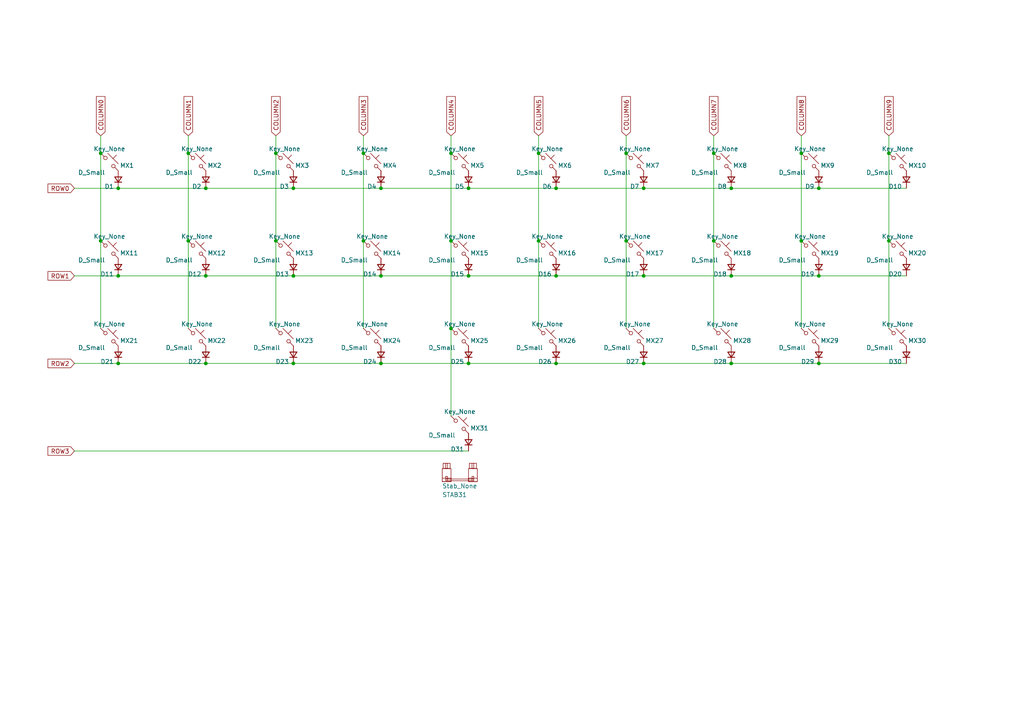
<source format=kicad_sch>
(kicad_sch (version 20230121) (generator eeschema)
  (paper "A4")
  (lib_symbols
    (symbol "D_Small" (pin_numbers hide) (pin_names (offset 0.254) hide)
      (property "Reference" "D1" (at 1.27 7.112 90))
      (property "Value" "D_Small" (at -1.27 3.048 90))
      (symbol "D_Small_0_1"
        (polyline (pts (xy -0.762 -1.016) (xy -0.762 1.016)) (stroke (width 0.254)))
        (polyline (pts (xy -0.762 0) (xy 0.762 0)))
        (polyline (pts (xy 0.762 -1.016) (xy -0.762 0) (xy 0.762 1.016) (xy 0.762 -1.016)) (stroke (width 0.254)))
      )
      (symbol "D_Small_1_1"
        (pin passive line (at -2.54 0 0) (length 1.778) (name "K") (number "1"))
        (pin passive line (at 2.54 0 180) (length 1.778) (name "A") (number "2"))
      )
    )
    (symbol "MX_SW_solder" (pin_numbers hide) (pin_names (offset 1.016) hide)
      (property "Reference" "MX1" (at 3.048 1.016 0))
      (property "Value" "Key_None" (at 0 -3.81 0))
      (symbol "MX_SW_solder_0_1"
        (circle (center -1.1684 1.1684) (radius 0.508))
        (polyline (pts (xy -0.508 2.54) (xy 2.54 -0.508)))
        (polyline (pts (xy 1.016 1.016) (xy 2.032 2.032)))
        (polyline (pts (xy -2.54 2.54) (xy -1.524 1.524) (xy -1.524 1.524)))
        (polyline (pts (xy 1.524 -1.524) (xy 2.54 -2.54) (xy 2.54 -2.54) (xy 2.54 -2.54)))
        (circle (center 1.143 -1.1938) (radius 0.508))
        (pin passive line (at -2.54 2.54 0) (length 0) (name "1") (number "1"))
        (pin passive line (at 2.54 -2.54 180) (length 0) (name "2") (number "2"))
      )
    )
    (symbol "MX_stab" (pin_names (offset 1.016))
      (property "Reference" "STAB31" (at -5.08 92.71 0))
      (property "Value" "Stab_None" (at -5.08 90.17 0))
      (symbol "MX_stab_0_1"
        (rectangle (start -5.08 -1.524) (end -2.54 -2.54))
        (rectangle (start -5.08 1.27) (end -2.54 -2.54))
        (rectangle (start -4.826 2.794) (end -2.794 1.27))
        (rectangle (start -4.064 -2.286) (end -3.556 -1.016))
        (rectangle (start -4.064 -1.778) (end 4.064 -2.286))
        (rectangle (start -4.064 1.27) (end -3.556 2.794))
        (rectangle (start 2.54 -1.524) (end 5.08 -2.54))
        (rectangle (start 2.54 1.27) (end 5.08 -2.54))
        (rectangle (start 2.794 2.794) (end 4.826 1.27))
        (rectangle (start 3.556 1.27) (end 4.064 2.794))
        (rectangle (start 4.064 -2.286) (end 3.556 -1.016))
      )
    )
  )
  (junction (at 186.69 105.41))
  (junction (at 80.01 44.45))
  (junction (at 212.09 105.41))
  (junction (at 257.81 44.45))
  (junction (at 54.61 69.85))
  (junction (at 34.29 105.41))
  (junction (at 34.29 80.01))
  (junction (at 212.09 80.01))
  (junction (at 59.69 80.01))
  (junction (at 85.09 54.61))
  (junction (at 135.89 105.41))
  (junction (at 161.29 105.41))
  (junction (at 29.21 69.85))
  (junction (at 237.49 54.61))
  (junction (at 156.21 44.45))
  (junction (at 130.81 44.45))
  (junction (at 212.09 54.61))
  (junction (at 59.69 105.41))
  (junction (at 156.21 69.85))
  (junction (at 186.69 54.61))
  (junction (at 135.89 80.01))
  (junction (at 54.61 44.45))
  (junction (at 105.41 69.85))
  (junction (at 186.69 80.01))
  (junction (at 59.69 54.61))
  (junction (at 161.29 80.01))
  (junction (at 207.01 69.85))
  (junction (at 105.41 44.45))
  (junction (at 80.01 69.85))
  (junction (at 130.81 69.85))
  (junction (at 85.09 80.01))
  (junction (at 110.49 105.41))
  (junction (at 29.21 44.45))
  (junction (at 130.81 95.25))
  (junction (at 237.49 105.41))
  (junction (at 257.81 69.85))
  (junction (at 110.49 54.61))
  (junction (at 207.01 44.45))
  (junction (at 34.29 54.61))
  (junction (at 110.49 80.01))
  (junction (at 135.89 54.61))
  (junction (at 232.41 69.85))
  (junction (at 237.49 80.01))
  (junction (at 85.09 105.41))
  (junction (at 181.61 44.45))
  (junction (at 181.61 69.85))
  (junction (at 232.41 44.45))
  (junction (at 161.29 54.61))
  (wire (pts (xy 161.29 80.01) (xy 186.69 80.01)))
  (wire (pts (xy 21.59 105.41) (xy 34.29 105.41)))
  (wire (pts (xy 181.61 44.45) (xy 181.61 69.85)))
  (wire (pts (xy 29.21 44.45) (xy 29.21 69.85)))
  (wire (pts (xy 110.49 80.01) (xy 135.89 80.01)))
  (wire (pts (xy 161.29 105.41) (xy 186.69 105.41)))
  (wire (pts (xy 59.69 54.61) (xy 85.09 54.61)))
  (wire (pts (xy 54.61 39.37) (xy 54.61 44.45)))
  (wire (pts (xy 21.59 54.61) (xy 34.29 54.61)))
  (wire (pts (xy 130.81 95.25) (xy 130.81 120.65)))
  (wire (pts (xy 80.01 69.85) (xy 80.01 95.25)))
  (wire (pts (xy 34.29 54.61) (xy 59.69 54.61)))
  (wire (pts (xy 80.01 44.45) (xy 80.01 69.85)))
  (wire (pts (xy 257.81 39.37) (xy 257.81 44.45)))
  (wire (pts (xy 130.81 44.45) (xy 130.81 69.85)))
  (wire (pts (xy 85.09 54.61) (xy 110.49 54.61)))
  (wire (pts (xy 105.41 39.37) (xy 105.41 44.45)))
  (wire (pts (xy 130.81 39.37) (xy 130.81 44.45)))
  (wire (pts (xy 85.09 105.41) (xy 110.49 105.41)))
  (wire (pts (xy 207.01 39.37) (xy 207.01 44.45)))
  (wire (pts (xy 237.49 54.61) (xy 262.89 54.61)))
  (wire (pts (xy 54.61 69.85) (xy 54.61 95.25)))
  (wire (pts (xy 161.29 54.61) (xy 186.69 54.61)))
  (wire (pts (xy 34.29 80.01) (xy 59.69 80.01)))
  (wire (pts (xy 130.81 69.85) (xy 130.81 95.25)))
  (wire (pts (xy 34.29 105.41) (xy 59.69 105.41)))
  (wire (pts (xy 207.01 69.85) (xy 207.01 95.25)))
  (wire (pts (xy 237.49 80.01) (xy 262.89 80.01)))
  (wire (pts (xy 105.41 69.85) (xy 105.41 95.25)))
  (wire (pts (xy 156.21 39.37) (xy 156.21 44.45)))
  (wire (pts (xy 59.69 80.01) (xy 85.09 80.01)))
  (wire (pts (xy 110.49 54.61) (xy 135.89 54.61)))
  (wire (pts (xy 237.49 105.41) (xy 262.89 105.41)))
  (wire (pts (xy 257.81 69.85) (xy 257.81 95.25)))
  (wire (pts (xy 232.41 69.85) (xy 232.41 95.25)))
  (wire (pts (xy 232.41 44.45) (xy 232.41 69.85)))
  (wire (pts (xy 80.01 39.37) (xy 80.01 44.45)))
  (wire (pts (xy 232.41 39.37) (xy 232.41 44.45)))
  (wire (pts (xy 212.09 54.61) (xy 237.49 54.61)))
  (wire (pts (xy 186.69 105.41) (xy 212.09 105.41)))
  (wire (pts (xy 29.21 39.37) (xy 29.21 44.45)))
  (wire (pts (xy 85.09 80.01) (xy 110.49 80.01)))
  (wire (pts (xy 212.09 80.01) (xy 237.49 80.01)))
  (wire (pts (xy 54.61 44.45) (xy 54.61 69.85)))
  (wire (pts (xy 181.61 69.85) (xy 181.61 95.25)))
  (wire (pts (xy 207.01 44.45) (xy 207.01 69.85)))
  (wire (pts (xy 59.69 105.41) (xy 85.09 105.41)))
  (wire (pts (xy 156.21 44.45) (xy 156.21 69.85)))
  (wire (pts (xy 110.49 105.41) (xy 135.89 105.41)))
  (wire (pts (xy 257.81 44.45) (xy 257.81 69.85)))
  (wire (pts (xy 181.61 39.37) (xy 181.61 44.45)))
  (wire (pts (xy 21.59 80.01) (xy 34.29 80.01)))
  (wire (pts (xy 212.09 105.41) (xy 237.49 105.41)))
  (wire (pts (xy 29.21 69.85) (xy 29.21 95.25)))
  (wire (pts (xy 186.69 54.61) (xy 212.09 54.61)))
  (wire (pts (xy 186.69 80.01) (xy 212.09 80.01)))
  (wire (pts (xy 156.21 69.85) (xy 156.21 95.25)))
  (wire (pts (xy 135.89 54.61) (xy 161.29 54.61)))
  (wire (pts (xy 135.89 105.41) (xy 161.29 105.41)))
  (wire (pts (xy 105.41 44.45) (xy 105.41 69.85)))
  (wire (pts (xy 21.59 130.81) (xy 135.89 130.81)))
  (wire (pts (xy 135.89 80.01) (xy 161.29 80.01)))
  (global_label "COLUMN9" (shape input) (at 257.81 39.37 90) (property "Intersheetrefs" "${INTERSHEET_REFS}" (effects hide)))
  (global_label "COLUMN7" (shape input) (at 207.01 39.37 90) (property "Intersheetrefs" "${INTERSHEET_REFS}" (effects hide)))
  (global_label "COLUMN1" (shape input) (at 54.61 39.37 90) (property "Intersheetrefs" "${INTERSHEET_REFS}" (effects hide)))
  (global_label "COLUMN4" (shape input) (at 130.81 39.37 90) (property "Intersheetrefs" "${INTERSHEET_REFS}" (effects hide)))
  (global_label "COLUMN6" (shape input) (at 181.61 39.37 90) (property "Intersheetrefs" "${INTERSHEET_REFS}" (effects hide)))
  (global_label "ROW2" (shape input) (at 21.59 105.41 180) (property "Intersheetrefs" "${INTERSHEET_REFS}" (effects hide)))
  (global_label "ROW0" (shape input) (at 21.59 54.61 180) (property "Intersheetrefs" "${INTERSHEET_REFS}" (effects hide)))
  (global_label "COLUMN0" (shape input) (at 29.21 39.37 90) (property "Intersheetrefs" "${INTERSHEET_REFS}" (effects hide)))
  (global_label "COLUMN5" (shape input) (at 156.21 39.37 90) (property "Intersheetrefs" "${INTERSHEET_REFS}" (effects hide)))
  (global_label "ROW3" (shape input) (at 21.59 130.81 180) (property "Intersheetrefs" "${INTERSHEET_REFS}" (effects hide)))
  (global_label "COLUMN2" (shape input) (at 80.01 39.37 90) (property "Intersheetrefs" "${INTERSHEET_REFS}" (effects hide)))
  (global_label "ROW1" (shape input) (at 21.59 80.01 180) (property "Intersheetrefs" "${INTERSHEET_REFS}" (effects hide)))
  (global_label "COLUMN3" (shape input) (at 105.41 39.37 90) (property "Intersheetrefs" "${INTERSHEET_REFS}" (effects hide)))
  (global_label "COLUMN8" (shape input) (at 232.41 39.37 90) (property "Intersheetrefs" "${INTERSHEET_REFS}" (effects hide)))
  (symbol (lib_name "D_Small") (lib_id "Device:D_Small") (at 262.89 52.07 90) (unit 1)
    (property "Reference" "D10" (at 261.62 54.102 90) (effects (justify left)))
    (property "Value" "D_Small" (at 259.08 50.038 90) (effects (justify left)))
    (property "Footprint" "Diode_SMD:D_SOD-123" (effects hide))
    (property "LCSC" "C81598" (effects hide))
  )
  (symbol (lib_name "D_Small") (lib_id "Device:D_Small") (at 161.29 52.07 90) (unit 1)
    (property "Reference" "D6" (at 160.02 54.102 90) (effects (justify left)))
    (property "Value" "D_Small" (at 157.48 50.038 90) (effects (justify left)))
    (property "Footprint" "Diode_SMD:D_SOD-123" (effects hide))
    (property "LCSC" "C81598" (effects hide))
  )
  (symbol (lib_name "MX_SW_solder") (lib_id "marbastlib-mx:MX_SW_solder") (at 209.55 46.99 0) (unit 1)
    (property "Reference" "MX8" (at 212.598 48.006 0) (effects (justify left)))
    (property "Value" "Key_None" (at 209.55 43.18 0))
    (property "Footprint" "PCM_marbastlib-mx:SW_MX_1u" (effects hide))
  )
  (symbol (lib_name "D_Small") (lib_id "Device:D_Small") (at 85.09 102.87 90) (unit 1)
    (property "Reference" "D23" (at 83.82 104.902 90) (effects (justify left)))
    (property "Value" "D_Small" (at 81.28 100.838 90) (effects (justify left)))
    (property "Footprint" "Diode_SMD:D_SOD-123" (effects hide))
    (property "LCSC" "C81598" (effects hide))
  )
  (symbol (lib_name "MX_stab") (lib_id "marbastlib-mx:MX_stab") (at 133.35 137.16 0) (unit 1)
    (property "Reference" "STAB31" (at 128.27 143.51 0) (effects (justify left)))
    (property "Value" "Stab_None" (at 128.27 140.97 0) (effects (justify left)))
    (property "Footprint" "PCM_marbastlib-mx:STAB_MX_P_10u" (effects hide))
  )
  (symbol (lib_name "MX_SW_solder") (lib_id "marbastlib-mx:MX_SW_solder") (at 31.75 97.79 0) (unit 1)
    (property "Reference" "MX21" (at 34.798 98.806 0) (effects (justify left)))
    (property "Value" "Key_None" (at 31.75 93.98 0))
    (property "Footprint" "PCM_marbastlib-mx:SW_MX_1u" (effects hide))
  )
  (symbol (lib_name "D_Small") (lib_id "Device:D_Small") (at 135.89 77.47 90) (unit 1)
    (property "Reference" "D15" (at 134.62 79.502 90) (effects (justify left)))
    (property "Value" "D_Small" (at 132.08 75.438 90) (effects (justify left)))
    (property "Footprint" "Diode_SMD:D_SOD-123" (effects hide))
    (property "LCSC" "C81598" (effects hide))
  )
  (symbol (lib_name "D_Small") (lib_id "Device:D_Small") (at 34.29 77.47 90) (unit 1)
    (property "Reference" "D11" (at 33.02 79.502 90) (effects (justify left)))
    (property "Value" "D_Small" (at 30.48 75.438 90) (effects (justify left)))
    (property "Footprint" "Diode_SMD:D_SOD-123" (effects hide))
    (property "LCSC" "C81598" (effects hide))
  )
  (symbol (lib_name "MX_SW_solder") (lib_id "marbastlib-mx:MX_SW_solder") (at 133.35 123.19 0) (unit 1)
    (property "Reference" "MX31" (at 136.398 124.206 0) (effects (justify left)))
    (property "Value" "Key_None" (at 133.35 119.38 0))
    (property "Footprint" "PCM_marbastlib-mx:SW_MX_1u" (effects hide))
  )
  (symbol (lib_name "MX_SW_solder") (lib_id "marbastlib-mx:MX_SW_solder") (at 107.95 97.79 0) (unit 1)
    (property "Reference" "MX24" (at 110.998 98.806 0) (effects (justify left)))
    (property "Value" "Key_None" (at 107.95 93.98 0))
    (property "Footprint" "PCM_marbastlib-mx:SW_MX_1u" (effects hide))
  )
  (symbol (lib_name "MX_SW_solder") (lib_id "marbastlib-mx:MX_SW_solder") (at 260.35 97.79 0) (unit 1)
    (property "Reference" "MX30" (at 263.398 98.806 0) (effects (justify left)))
    (property "Value" "Key_None" (at 260.35 93.98 0))
    (property "Footprint" "PCM_marbastlib-mx:SW_MX_1u" (effects hide))
  )
  (symbol (lib_name "D_Small") (lib_id "Device:D_Small") (at 135.89 52.07 90) (unit 1)
    (property "Reference" "D5" (at 134.62 54.102 90) (effects (justify left)))
    (property "Value" "D_Small" (at 132.08 50.038 90) (effects (justify left)))
    (property "Footprint" "Diode_SMD:D_SOD-123" (effects hide))
    (property "LCSC" "C81598" (effects hide))
  )
  (symbol (lib_name "D_Small") (lib_id "Device:D_Small") (at 237.49 102.87 90) (unit 1)
    (property "Reference" "D29" (at 236.22 104.902 90) (effects (justify left)))
    (property "Value" "D_Small" (at 233.68 100.838 90) (effects (justify left)))
    (property "Footprint" "Diode_SMD:D_SOD-123" (effects hide))
    (property "LCSC" "C81598" (effects hide))
  )
  (symbol (lib_name "MX_SW_solder") (lib_id "marbastlib-mx:MX_SW_solder") (at 234.95 72.39 0) (unit 1)
    (property "Reference" "MX19" (at 237.998 73.406 0) (effects (justify left)))
    (property "Value" "Key_None" (at 234.95 68.58 0))
    (property "Footprint" "PCM_marbastlib-mx:SW_MX_1u" (effects hide))
  )
  (symbol (lib_name "MX_SW_solder") (lib_id "marbastlib-mx:MX_SW_solder") (at 31.75 46.99 0) (unit 1)
    (property "Reference" "MX1" (at 34.798 48.006 0) (effects (justify left)))
    (property "Value" "Key_None" (at 31.75 43.18 0))
    (property "Footprint" "PCM_marbastlib-mx:SW_MX_1u" (effects hide))
  )
  (symbol (lib_name "MX_SW_solder") (lib_id "marbastlib-mx:MX_SW_solder") (at 260.35 72.39 0) (unit 1)
    (property "Reference" "MX20" (at 263.398 73.406 0) (effects (justify left)))
    (property "Value" "Key_None" (at 260.35 68.58 0))
    (property "Footprint" "PCM_marbastlib-mx:SW_MX_1u" (effects hide))
  )
  (symbol (lib_name "D_Small") (lib_id "Device:D_Small") (at 161.29 77.47 90) (unit 1)
    (property "Reference" "D16" (at 160.02 79.502 90) (effects (justify left)))
    (property "Value" "D_Small" (at 157.48 75.438 90) (effects (justify left)))
    (property "Footprint" "Diode_SMD:D_SOD-123" (effects hide))
    (property "LCSC" "C81598" (effects hide))
  )
  (symbol (lib_name "MX_SW_solder") (lib_id "marbastlib-mx:MX_SW_solder") (at 31.75 72.39 0) (unit 1)
    (property "Reference" "MX11" (at 34.798 73.406 0) (effects (justify left)))
    (property "Value" "Key_None" (at 31.75 68.58 0))
    (property "Footprint" "PCM_marbastlib-mx:SW_MX_1u" (effects hide))
  )
  (symbol (lib_name "D_Small") (lib_id "Device:D_Small") (at 110.49 102.87 90) (unit 1)
    (property "Reference" "D24" (at 109.22 104.902 90) (effects (justify left)))
    (property "Value" "D_Small" (at 106.68 100.838 90) (effects (justify left)))
    (property "Footprint" "Diode_SMD:D_SOD-123" (effects hide))
    (property "LCSC" "C81598" (effects hide))
  )
  (symbol (lib_name "D_Small") (lib_id "Device:D_Small") (at 212.09 102.87 90) (unit 1)
    (property "Reference" "D28" (at 210.82 104.902 90) (effects (justify left)))
    (property "Value" "D_Small" (at 208.28 100.838 90) (effects (justify left)))
    (property "Footprint" "Diode_SMD:D_SOD-123" (effects hide))
    (property "LCSC" "C81598" (effects hide))
  )
  (symbol (lib_name "D_Small") (lib_id "Device:D_Small") (at 135.89 102.87 90) (unit 1)
    (property "Reference" "D25" (at 134.62 104.902 90) (effects (justify left)))
    (property "Value" "D_Small" (at 132.08 100.838 90) (effects (justify left)))
    (property "Footprint" "Diode_SMD:D_SOD-123" (effects hide))
    (property "LCSC" "C81598" (effects hide))
  )
  (symbol (lib_name "D_Small") (lib_id "Device:D_Small") (at 110.49 52.07 90) (unit 1)
    (property "Reference" "D4" (at 109.22 54.102 90) (effects (justify left)))
    (property "Value" "D_Small" (at 106.68 50.038 90) (effects (justify left)))
    (property "Footprint" "Diode_SMD:D_SOD-123" (effects hide))
    (property "LCSC" "C81598" (effects hide))
  )
  (symbol (lib_name "D_Small") (lib_id "Device:D_Small") (at 262.89 77.47 90) (unit 1)
    (property "Reference" "D20" (at 261.62 79.502 90) (effects (justify left)))
    (property "Value" "D_Small" (at 259.08 75.438 90) (effects (justify left)))
    (property "Footprint" "Diode_SMD:D_SOD-123" (effects hide))
    (property "LCSC" "C81598" (effects hide))
  )
  (symbol (lib_name "MX_SW_solder") (lib_id "marbastlib-mx:MX_SW_solder") (at 133.35 72.39 0) (unit 1)
    (property "Reference" "MX15" (at 136.398 73.406 0) (effects (justify left)))
    (property "Value" "Key_None" (at 133.35 68.58 0))
    (property "Footprint" "PCM_marbastlib-mx:SW_MX_1u" (effects hide))
  )
  (symbol (lib_name "MX_SW_solder") (lib_id "marbastlib-mx:MX_SW_solder") (at 184.15 46.99 0) (unit 1)
    (property "Reference" "MX7" (at 187.198 48.006 0) (effects (justify left)))
    (property "Value" "Key_None" (at 184.15 43.18 0))
    (property "Footprint" "PCM_marbastlib-mx:SW_MX_1u" (effects hide))
  )
  (symbol (lib_name "D_Small") (lib_id "Device:D_Small") (at 135.89 128.27 90) (unit 1)
    (property "Reference" "D31" (at 134.62 130.302 90) (effects (justify left)))
    (property "Value" "D_Small" (at 132.08 126.238 90) (effects (justify left)))
    (property "Footprint" "Diode_SMD:D_SOD-123" (effects hide))
    (property "LCSC" "C81598" (effects hide))
  )
  (symbol (lib_name "D_Small") (lib_id "Device:D_Small") (at 186.69 102.87 90) (unit 1)
    (property "Reference" "D27" (at 185.42 104.902 90) (effects (justify left)))
    (property "Value" "D_Small" (at 182.88 100.838 90) (effects (justify left)))
    (property "Footprint" "Diode_SMD:D_SOD-123" (effects hide))
    (property "LCSC" "C81598" (effects hide))
  )
  (symbol (lib_name "MX_SW_solder") (lib_id "marbastlib-mx:MX_SW_solder") (at 184.15 72.39 0) (unit 1)
    (property "Reference" "MX17" (at 187.198 73.406 0) (effects (justify left)))
    (property "Value" "Key_None" (at 184.15 68.58 0))
    (property "Footprint" "PCM_marbastlib-mx:SW_MX_1u" (effects hide))
  )
  (symbol (lib_name "MX_SW_solder") (lib_id "marbastlib-mx:MX_SW_solder") (at 133.35 46.99 0) (unit 1)
    (property "Reference" "MX5" (at 136.398 48.006 0) (effects (justify left)))
    (property "Value" "Key_None" (at 133.35 43.18 0))
    (property "Footprint" "PCM_marbastlib-mx:SW_MX_1u" (effects hide))
  )
  (symbol (lib_name "MX_SW_solder") (lib_id "marbastlib-mx:MX_SW_solder") (at 82.55 97.79 0) (unit 1)
    (property "Reference" "MX23" (at 85.598 98.806 0) (effects (justify left)))
    (property "Value" "Key_None" (at 82.55 93.98 0))
    (property "Footprint" "PCM_marbastlib-mx:SW_MX_1u" (effects hide))
  )
  (symbol (lib_name "MX_SW_solder") (lib_id "marbastlib-mx:MX_SW_solder") (at 158.75 46.99 0) (unit 1)
    (property "Reference" "MX6" (at 161.798 48.006 0) (effects (justify left)))
    (property "Value" "Key_None" (at 158.75 43.18 0))
    (property "Footprint" "PCM_marbastlib-mx:SW_MX_1u" (effects hide))
  )
  (symbol (lib_name "MX_SW_solder") (lib_id "marbastlib-mx:MX_SW_solder") (at 158.75 72.39 0) (unit 1)
    (property "Reference" "MX16" (at 161.798 73.406 0) (effects (justify left)))
    (property "Value" "Key_None" (at 158.75 68.58 0))
    (property "Footprint" "PCM_marbastlib-mx:SW_MX_1u" (effects hide))
  )
  (symbol (lib_name "D_Small") (lib_id "Device:D_Small") (at 34.29 102.87 90) (unit 1)
    (property "Reference" "D21" (at 33.02 104.902 90) (effects (justify left)))
    (property "Value" "D_Small" (at 30.48 100.838 90) (effects (justify left)))
    (property "Footprint" "Diode_SMD:D_SOD-123" (effects hide))
    (property "LCSC" "C81598" (effects hide))
  )
  (symbol (lib_name "MX_SW_solder") (lib_id "marbastlib-mx:MX_SW_solder") (at 82.55 72.39 0) (unit 1)
    (property "Reference" "MX13" (at 85.598 73.406 0) (effects (justify left)))
    (property "Value" "Key_None" (at 82.55 68.58 0))
    (property "Footprint" "PCM_marbastlib-mx:SW_MX_1u" (effects hide))
  )
  (symbol (lib_name "MX_SW_solder") (lib_id "marbastlib-mx:MX_SW_solder") (at 82.55 46.99 0) (unit 1)
    (property "Reference" "MX3" (at 85.598 48.006 0) (effects (justify left)))
    (property "Value" "Key_None" (at 82.55 43.18 0))
    (property "Footprint" "PCM_marbastlib-mx:SW_MX_1u" (effects hide))
  )
  (symbol (lib_name "D_Small") (lib_id "Device:D_Small") (at 262.89 102.87 90) (unit 1)
    (property "Reference" "D30" (at 261.62 104.902 90) (effects (justify left)))
    (property "Value" "D_Small" (at 259.08 100.838 90) (effects (justify left)))
    (property "Footprint" "Diode_SMD:D_SOD-123" (effects hide))
    (property "LCSC" "C81598" (effects hide))
  )
  (symbol (lib_name "D_Small") (lib_id "Device:D_Small") (at 212.09 52.07 90) (unit 1)
    (property "Reference" "D8" (at 210.82 54.102 90) (effects (justify left)))
    (property "Value" "D_Small" (at 208.28 50.038 90) (effects (justify left)))
    (property "Footprint" "Diode_SMD:D_SOD-123" (effects hide))
    (property "LCSC" "C81598" (effects hide))
  )
  (symbol (lib_name "D_Small") (lib_id "Device:D_Small") (at 186.69 52.07 90) (unit 1)
    (property "Reference" "D7" (at 185.42 54.102 90) (effects (justify left)))
    (property "Value" "D_Small" (at 182.88 50.038 90) (effects (justify left)))
    (property "Footprint" "Diode_SMD:D_SOD-123" (effects hide))
    (property "LCSC" "C81598" (effects hide))
  )
  (symbol (lib_name "MX_SW_solder") (lib_id "marbastlib-mx:MX_SW_solder") (at 184.15 97.79 0) (unit 1)
    (property "Reference" "MX27" (at 187.198 98.806 0) (effects (justify left)))
    (property "Value" "Key_None" (at 184.15 93.98 0))
    (property "Footprint" "PCM_marbastlib-mx:SW_MX_1u" (effects hide))
  )
  (symbol (lib_name "MX_SW_solder") (lib_id "marbastlib-mx:MX_SW_solder") (at 234.95 97.79 0) (unit 1)
    (property "Reference" "MX29" (at 237.998 98.806 0) (effects (justify left)))
    (property "Value" "Key_None" (at 234.95 93.98 0))
    (property "Footprint" "PCM_marbastlib-mx:SW_MX_1u" (effects hide))
  )
  (symbol (lib_name "MX_SW_solder") (lib_id "marbastlib-mx:MX_SW_solder") (at 260.35 46.99 0) (unit 1)
    (property "Reference" "MX10" (at 263.398 48.006 0) (effects (justify left)))
    (property "Value" "Key_None" (at 260.35 43.18 0))
    (property "Footprint" "PCM_marbastlib-mx:SW_MX_1u" (effects hide))
  )
  (symbol (lib_name "MX_SW_solder") (lib_id "marbastlib-mx:MX_SW_solder") (at 209.55 72.39 0) (unit 1)
    (property "Reference" "MX18" (at 212.598 73.406 0) (effects (justify left)))
    (property "Value" "Key_None" (at 209.55 68.58 0))
    (property "Footprint" "PCM_marbastlib-mx:SW_MX_1u" (effects hide))
  )
  (symbol (lib_name "MX_SW_solder") (lib_id "marbastlib-mx:MX_SW_solder") (at 107.95 46.99 0) (unit 1)
    (property "Reference" "MX4" (at 110.998 48.006 0) (effects (justify left)))
    (property "Value" "Key_None" (at 107.95 43.18 0))
    (property "Footprint" "PCM_marbastlib-mx:SW_MX_1u" (effects hide))
  )
  (symbol (lib_name "D_Small") (lib_id "Device:D_Small") (at 237.49 52.07 90) (unit 1)
    (property "Reference" "D9" (at 236.22 54.102 90) (effects (justify left)))
    (property "Value" "D_Small" (at 233.68 50.038 90) (effects (justify left)))
    (property "Footprint" "Diode_SMD:D_SOD-123" (effects hide))
    (property "LCSC" "C81598" (effects hide))
  )
  (symbol (lib_name "MX_SW_solder") (lib_id "marbastlib-mx:MX_SW_solder") (at 133.35 97.79 0) (unit 1)
    (property "Reference" "MX25" (at 136.398 98.806 0) (effects (justify left)))
    (property "Value" "Key_None" (at 133.35 93.98 0))
    (property "Footprint" "PCM_marbastlib-mx:SW_MX_1u" (effects hide))
  )
  (symbol (lib_name "D_Small") (lib_id "Device:D_Small") (at 212.09 77.47 90) (unit 1)
    (property "Reference" "D18" (at 210.82 79.502 90) (effects (justify left)))
    (property "Value" "D_Small" (at 208.28 75.438 90) (effects (justify left)))
    (property "Footprint" "Diode_SMD:D_SOD-123" (effects hide))
    (property "LCSC" "C81598" (effects hide))
  )
  (symbol (lib_name "D_Small") (lib_id "Device:D_Small") (at 237.49 77.47 90) (unit 1)
    (property "Reference" "D19" (at 236.22 79.502 90) (effects (justify left)))
    (property "Value" "D_Small" (at 233.68 75.438 90) (effects (justify left)))
    (property "Footprint" "Diode_SMD:D_SOD-123" (effects hide))
    (property "LCSC" "C81598" (effects hide))
  )
  (symbol (lib_name "D_Small") (lib_id "Device:D_Small") (at 85.09 52.07 90) (unit 1)
    (property "Reference" "D3" (at 83.82 54.102 90) (effects (justify left)))
    (property "Value" "D_Small" (at 81.28 50.038 90) (effects (justify left)))
    (property "Footprint" "Diode_SMD:D_SOD-123" (effects hide))
    (property "LCSC" "C81598" (effects hide))
  )
  (symbol (lib_name "MX_SW_solder") (lib_id "marbastlib-mx:MX_SW_solder") (at 107.95 72.39 0) (unit 1)
    (property "Reference" "MX14" (at 110.998 73.406 0) (effects (justify left)))
    (property "Value" "Key_None" (at 107.95 68.58 0))
    (property "Footprint" "PCM_marbastlib-mx:SW_MX_1u" (effects hide))
  )
  (symbol (lib_name "D_Small") (lib_id "Device:D_Small") (at 186.69 77.47 90) (unit 1)
    (property "Reference" "D17" (at 185.42 79.502 90) (effects (justify left)))
    (property "Value" "D_Small" (at 182.88 75.438 90) (effects (justify left)))
    (property "Footprint" "Diode_SMD:D_SOD-123" (effects hide))
    (property "LCSC" "C81598" (effects hide))
  )
  (symbol (lib_name "MX_SW_solder") (lib_id "marbastlib-mx:MX_SW_solder") (at 57.15 72.39 0) (unit 1)
    (property "Reference" "MX12" (at 60.198 73.406 0) (effects (justify left)))
    (property "Value" "Key_None" (at 57.15 68.58 0))
    (property "Footprint" "PCM_marbastlib-mx:SW_MX_1u" (effects hide))
  )
  (symbol (lib_name "D_Small") (lib_id "Device:D_Small") (at 59.69 77.47 90) (unit 1)
    (property "Reference" "D12" (at 58.42 79.502 90) (effects (justify left)))
    (property "Value" "D_Small" (at 55.88 75.438 90) (effects (justify left)))
    (property "Footprint" "Diode_SMD:D_SOD-123" (effects hide))
    (property "LCSC" "C81598" (effects hide))
  )
  (symbol (lib_name "D_Small") (lib_id "Device:D_Small") (at 85.09 77.47 90) (unit 1)
    (property "Reference" "D13" (at 83.82 79.502 90) (effects (justify left)))
    (property "Value" "D_Small" (at 81.28 75.438 90) (effects (justify left)))
    (property "Footprint" "Diode_SMD:D_SOD-123" (effects hide))
    (property "LCSC" "C81598" (effects hide))
  )
  (symbol (lib_name "MX_SW_solder") (lib_id "marbastlib-mx:MX_SW_solder") (at 158.75 97.79 0) (unit 1)
    (property "Reference" "MX26" (at 161.798 98.806 0) (effects (justify left)))
    (property "Value" "Key_None" (at 158.75 93.98 0))
    (property "Footprint" "PCM_marbastlib-mx:SW_MX_1u" (effects hide))
  )
  (symbol (lib_name "MX_SW_solder") (lib_id "marbastlib-mx:MX_SW_solder") (at 57.15 46.99 0) (unit 1)
    (property "Reference" "MX2" (at 60.198 48.006 0) (effects (justify left)))
    (property "Value" "Key_None" (at 57.15 43.18 0))
    (property "Footprint" "PCM_marbastlib-mx:SW_MX_1u" (effects hide))
  )
  (symbol (lib_name "D_Small") (lib_id "Device:D_Small") (at 161.29 102.87 90) (unit 1)
    (property "Reference" "D26" (at 160.02 104.902 90) (effects (justify left)))
    (property "Value" "D_Small" (at 157.48 100.838 90) (effects (justify left)))
    (property "Footprint" "Diode_SMD:D_SOD-123" (effects hide))
    (property "LCSC" "C81598" (effects hide))
  )
  (symbol (lib_name "D_Small") (lib_id "Device:D_Small") (at 34.29 52.07 90) (unit 1)
    (property "Reference" "D1" (at 33.02 54.102 90) (effects (justify left)))
    (property "Value" "D_Small" (at 30.48 50.038 90) (effects (justify left)))
    (property "Footprint" "Diode_SMD:D_SOD-123" (effects hide))
    (property "LCSC" "C81598" (effects hide))
  )
  (symbol (lib_name "D_Small") (lib_id "Device:D_Small") (at 59.69 52.07 90) (unit 1)
    (property "Reference" "D2" (at 58.42 54.102 90) (effects (justify left)))
    (property "Value" "D_Small" (at 55.88 50.038 90) (effects (justify left)))
    (property "Footprint" "Diode_SMD:D_SOD-123" (effects hide))
    (property "LCSC" "C81598" (effects hide))
  )
  (symbol (lib_name "D_Small") (lib_id "Device:D_Small") (at 59.69 102.87 90) (unit 1)
    (property "Reference" "D22" (at 58.42 104.902 90) (effects (justify left)))
    (property "Value" "D_Small" (at 55.88 100.838 90) (effects (justify left)))
    (property "Footprint" "Diode_SMD:D_SOD-123" (effects hide))
    (property "LCSC" "C81598" (effects hide))
  )
  (symbol (lib_name "MX_SW_solder") (lib_id "marbastlib-mx:MX_SW_solder") (at 234.95 46.99 0) (unit 1)
    (property "Reference" "MX9" (at 237.998 48.006 0) (effects (justify left)))
    (property "Value" "Key_None" (at 234.95 43.18 0))
    (property "Footprint" "PCM_marbastlib-mx:SW_MX_1u" (effects hide))
  )
  (symbol (lib_name "D_Small") (lib_id "Device:D_Small") (at 110.49 77.47 90) (unit 1)
    (property "Reference" "D14" (at 109.22 79.502 90) (effects (justify left)))
    (property "Value" "D_Small" (at 106.68 75.438 90) (effects (justify left)))
    (property "Footprint" "Diode_SMD:D_SOD-123" (effects hide))
    (property "LCSC" "C81598" (effects hide))
  )
  (symbol (lib_name "MX_SW_solder") (lib_id "marbastlib-mx:MX_SW_solder") (at 209.55 97.79 0) (unit 1)
    (property "Reference" "MX28" (at 212.598 98.806 0) (effects (justify left)))
    (property "Value" "Key_None" (at 209.55 93.98 0))
    (property "Footprint" "PCM_marbastlib-mx:SW_MX_1u" (effects hide))
  )
  (symbol (lib_name "MX_SW_solder") (lib_id "marbastlib-mx:MX_SW_solder") (at 57.15 97.79 0) (unit 1)
    (property "Reference" "MX22" (at 60.198 98.806 0) (effects (justify left)))
    (property "Value" "Key_None" (at 57.15 93.98 0))
    (property "Footprint" "PCM_marbastlib-mx:SW_MX_1u" (effects hide))
  )
)
</source>
